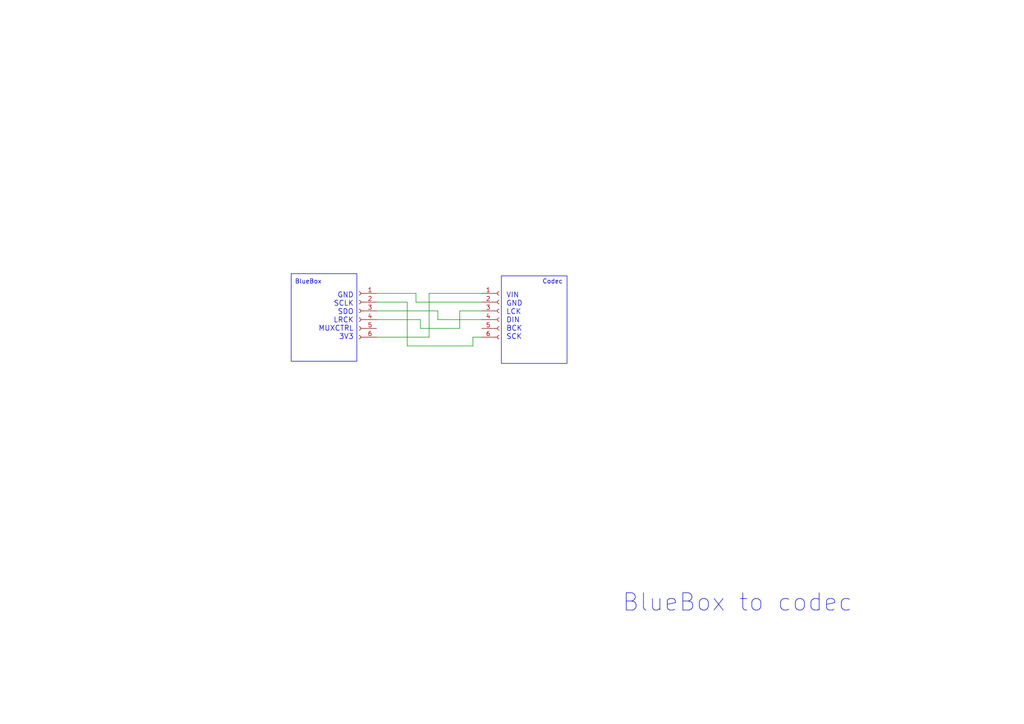
<source format=kicad_sch>
(kicad_sch (version 20250114) (generator "eeschema") (generator_version "9.0")
  (paper "A4")
  (title_block (title "BlueBox2codec") (rev "1.0"))
  (lib_symbols
    (symbol "Connector:Conn_01x06_Socket" (pin_names (offset 1.016) (hide yes))
      (property "Reference" "J" (at 0 7.62 0))
      (property "Value" "Conn_01x06_Socket" (at 0 -10.16 0))
      (symbol "Conn_01x06_Socket_1_1"
        (polyline (pts (xy -1.27 5.08) (xy -0.508 5.08)) (stroke (width 0.1524)))
        (polyline (pts (xy -1.27 2.54) (xy -0.508 2.54)) (stroke (width 0.1524)))
        (polyline (pts (xy -1.27 0) (xy -0.508 0)) (stroke (width 0.1524)))
        (polyline (pts (xy -1.27 -2.54) (xy -0.508 -2.54)) (stroke (width 0.1524)))
        (polyline (pts (xy -1.27 -5.08) (xy -0.508 -5.08)) (stroke (width 0.1524)))
        (polyline (pts (xy -1.27 -7.62) (xy -0.508 -7.62)) (stroke (width 0.1524)))
        (arc (start 0 4.572) (mid -0.5058 5.08) (end 0 5.588) (stroke (width 0.1524)))
        (arc (start 0 2.032) (mid -0.5058 2.54) (end 0 3.048) (stroke (width 0.1524)))
        (arc (start 0 -0.508) (mid -0.5058 0) (end 0 0.508) (stroke (width 0.1524)))
        (arc (start 0 -3.048) (mid -0.5058 -2.54) (end 0 -2.032) (stroke (width 0.1524)))
        (arc (start 0 -5.588) (mid -0.5058 -5.08) (end 0 -4.572) (stroke (width 0.1524)))
        (arc (start 0 -8.128) (mid -0.5058 -7.62) (end 0 -7.112) (stroke (width 0.1524)))
        (pin passive line (at -5.08 5.08 0) (length 3.81) (name "Pin_1") (number "1"))
        (pin passive line (at -5.08 2.54 0) (length 3.81) (name "Pin_2") (number "2"))
        (pin passive line (at -5.08 0 0) (length 3.81) (name "Pin_3") (number "3"))
        (pin passive line (at -5.08 -2.54 0) (length 3.81) (name "Pin_4") (number "4"))
        (pin passive line (at -5.08 -5.08 0) (length 3.81) (name "Pin_5") (number "5"))
        (pin passive line (at -5.08 -7.62 0) (length 3.81) (name "Pin_6") (number "6"))
      )
    )
  )
  (rectangle (start 84.455 79.375) (end 103.505 104.775))
  (rectangle (start 145.415 80.01) (end 164.465 105.41))
  (text "GND\nSCLK\nSDO\nLRCK\nMUXCTRL\n3V3" (at 102.616 84.836 0) (effects (font (size 1.5 1.5)) (justify right top)))
  (text "Codec\n" (at 160.274 81.788 0) (effects (font (size 1.27 1.27))))
  (text "VIN\nGND\nLCK\nDIN\nBCK\nSCK" (at 146.812 84.836 0) (effects (font (size 1.5 1.5)) (justify left top)))
  (text "BlueBox to codec" (at 180.34 177.8 0) (effects (font (size 5 5)) (justify left bottom)))
  (text "BlueBox" (at 89.408 81.788 0) (effects (font (size 1.27 1.27))))
  (wire (pts (xy 124.46 85.09) (xy 124.46 97.79)))
  (wire (pts (xy 124.46 97.79) (xy 109.22 97.79)))
  (wire (pts (xy 133.35 95.25) (xy 133.35 90.17)))
  (wire (pts (xy 137.16 97.79) (xy 139.7 97.79)))
  (wire (pts (xy 120.65 87.63) (xy 120.65 85.09)))
  (wire (pts (xy 139.7 92.71) (xy 127 92.71)))
  (wire (pts (xy 139.7 85.09) (xy 124.46 85.09)))
  (wire (pts (xy 137.16 100.33) (xy 137.16 97.79)))
  (wire (pts (xy 127 92.71) (xy 127 90.17)))
  (wire (pts (xy 121.92 92.71) (xy 121.92 95.25)))
  (wire (pts (xy 120.65 85.09) (xy 109.22 85.09)))
  (wire (pts (xy 139.7 87.63) (xy 120.65 87.63)))
  (wire (pts (xy 109.22 92.71) (xy 121.92 92.71)))
  (wire (pts (xy 118.11 100.33) (xy 137.16 100.33)))
  (wire (pts (xy 109.22 87.63) (xy 118.11 87.63)))
  (wire (pts (xy 121.92 95.25) (xy 133.35 95.25)))
  (wire (pts (xy 118.11 87.63) (xy 118.11 100.33)))
  (wire (pts (xy 133.35 90.17) (xy 139.7 90.17)))
  (wire (pts (xy 127 90.17) (xy 109.22 90.17)))
  (symbol (lib_id "Connector:Conn_01x06_Socket") (at 104.14 90.17 0) (mirror y) (unit 1)
    (property "Reference" "J102" (effects (hide yes)))
    (property "Value" "Conn_01x06_Socket" (effects (hide yes)))
    (property "Description" "Generic connector, single row, 01x06, script generated" (effects (hide yes)))
  )
  (symbol (lib_id "Connector:Conn_01x06_Socket") (at 144.78 90.17 0) (unit 1)
    (property "Reference" "J101" (effects (hide yes)))
    (property "Value" "Conn_01x06_Socket" (effects (hide yes)))
    (property "Description" "Generic connector, single row, 01x06, script generated" (effects (hide yes)))
  )
)
</source>
